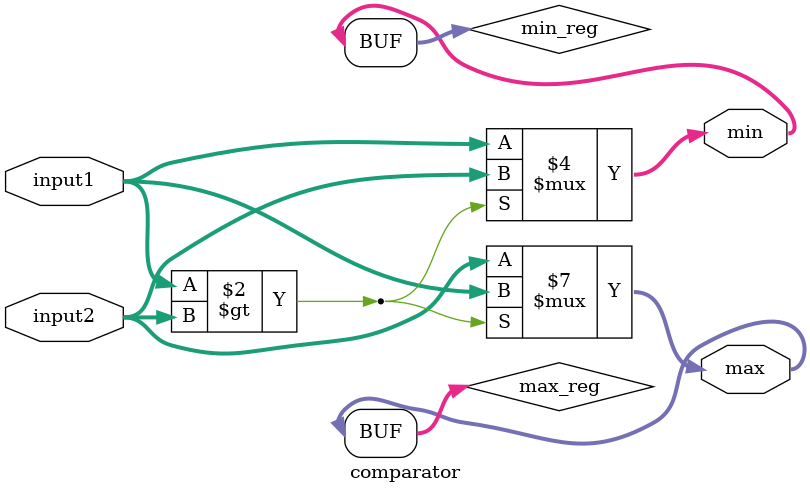
<source format=v>
`timescale 1ns / 1ps

module comparator(
    input  [7:0] input1,
    input  [7:0] input2,
    output [7:0] max,
    output [7:0] min
    );
    
    reg [7:0] max_reg; 
    reg [7:0] min_reg;
    
    always @(*) begin 
        if (input1 > input2) begin
            max_reg <= input1;
            min_reg <= input2;
        end else begin 
            max_reg <= input2;
            min_reg <= input1;
        end 
    end
    
    assign max = max_reg;
    assign min = min_reg;
    
endmodule

</source>
